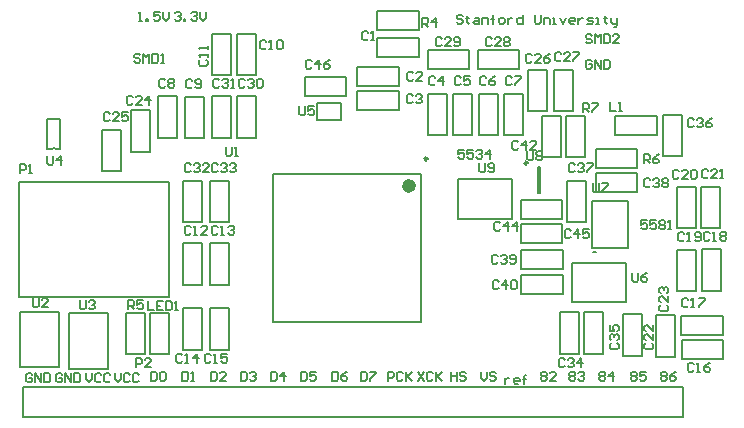
<source format=gto>
G04 Layer_Color=65535*
%FSLAX43Y43*%
%MOMM*%
G71*
G01*
G75*
%ADD35C,0.250*%
%ADD36C,0.600*%
%ADD37C,0.200*%
%ADD38C,0.127*%
%ADD39C,0.152*%
D35*
X85271Y74536D02*
G03*
X85271Y74536I-125J0D01*
G01*
X93733Y74181D02*
G03*
X93733Y74181I-125J0D01*
G01*
D36*
X83996Y72236D02*
G03*
X83996Y72236I-300J0D01*
G01*
D37*
X53789Y75337D02*
G03*
X53464Y75337I-162J0D01*
G01*
X63373Y62826D02*
Y68261D01*
Y66991D02*
Y72551D01*
X50673D02*
X63373D01*
X50673Y62826D02*
Y72551D01*
Y62826D02*
X63373D01*
X97502Y62369D02*
Y65744D01*
X102077D01*
Y62369D02*
Y65744D01*
X97502Y62369D02*
X102077D01*
X72196Y73236D02*
X84696D01*
X72196Y60736D02*
X84696D01*
Y73236D01*
X72196Y60736D02*
Y73236D01*
X54191Y75337D02*
Y77937D01*
X53061D02*
X54191D01*
X53061Y75337D02*
Y77937D01*
Y75337D02*
X53464D01*
X53789D02*
X54191D01*
X51054Y52705D02*
Y55245D01*
X106934D01*
Y52705D02*
Y55245D01*
X105029Y52705D02*
X106934D01*
X51054D02*
X105029D01*
X50740Y56877D02*
X54040D01*
Y61602D01*
X50740D02*
X54040D01*
X50740Y56877D02*
Y61602D01*
X54926Y56750D02*
X58226D01*
Y61475D01*
X54926D02*
X58226D01*
X54926Y56750D02*
Y61475D01*
X94583Y73856D02*
X94783D01*
X94583Y71656D02*
X94783D01*
X94583D02*
Y73856D01*
X94783Y71656D02*
Y73856D01*
X75946Y77822D02*
Y79219D01*
X77978D01*
Y77822D02*
Y79219D01*
X75946Y77822D02*
X77978D01*
X87863Y69420D02*
Y72795D01*
X92438D01*
Y69420D02*
Y72795D01*
X87863Y69420D02*
X92438D01*
X99187Y66997D02*
Y70934D01*
Y66997D02*
X102235D01*
Y70934D01*
X99187D02*
X102235D01*
D38*
X95974Y82053D02*
X97574D01*
X95974Y78553D02*
Y82053D01*
Y78553D02*
X97574D01*
Y82053D01*
X110247Y59652D02*
Y61252D01*
X106747D02*
X110247D01*
X106747Y59652D02*
Y61252D01*
Y59652D02*
X110247D01*
X66891Y72655D02*
X68491D01*
X66891Y69155D02*
Y72655D01*
Y69155D02*
X68491D01*
Y72655D01*
X64605Y63870D02*
X66205D01*
Y67370D01*
X64605D02*
X66205D01*
X64605Y63870D02*
Y67370D01*
X69177Y79816D02*
X70777D01*
X69177Y76316D02*
Y79816D01*
Y76316D02*
X70777D01*
Y79816D01*
X106388Y66813D02*
X107988D01*
X106388Y63313D02*
Y66813D01*
Y63313D02*
X107988D01*
Y66813D01*
X108547Y66862D02*
X110147D01*
X108547Y63362D02*
Y66862D01*
Y63362D02*
X110147D01*
Y66862D01*
X67018Y79816D02*
X68618D01*
X67018Y76316D02*
Y79816D01*
Y76316D02*
X68618D01*
Y79816D01*
X85306Y80021D02*
X86906D01*
X85306Y76521D02*
Y80021D01*
Y76521D02*
X86906D01*
Y80021D01*
X57747Y73473D02*
X59347D01*
Y76973D01*
X57747D02*
X59347D01*
X57747Y73473D02*
Y76973D01*
X89624Y80021D02*
X91224D01*
X89624Y76521D02*
Y80021D01*
Y76521D02*
X91224D01*
Y80021D01*
X64605Y72655D02*
X66205D01*
X64605Y69155D02*
Y72655D01*
Y69155D02*
X66205D01*
Y72655D01*
X108420Y68647D02*
X110020D01*
Y72147D01*
X108420D02*
X110020D01*
X108420Y68647D02*
Y72147D01*
X91783Y80021D02*
X93383D01*
X91783Y76521D02*
Y80021D01*
Y76521D02*
X93383D01*
Y80021D01*
X64732Y79767D02*
X66332D01*
X64732Y76267D02*
Y79767D01*
Y76267D02*
X66332D01*
Y79767D01*
X66891Y63870D02*
X68491D01*
Y67370D01*
X66891D02*
X68491D01*
X66891Y63870D02*
Y67370D01*
X87465Y80021D02*
X89065D01*
X87465Y76521D02*
Y80021D01*
Y76521D02*
X89065D01*
Y80021D01*
X62446Y79816D02*
X64046D01*
X62446Y76316D02*
Y79816D01*
Y76316D02*
X64046D01*
Y79816D01*
X82815Y78702D02*
Y80302D01*
X79315D02*
X82815D01*
X79315Y78702D02*
Y80302D01*
Y78702D02*
X82815D01*
Y80734D02*
Y82334D01*
X79315D02*
X82815D01*
X79315Y80734D02*
Y82334D01*
Y80734D02*
X82815D01*
X93815Y82053D02*
X95415D01*
X93815Y78553D02*
Y82053D01*
Y78553D02*
X95415D01*
Y82053D01*
X93024Y82131D02*
Y83731D01*
X89524D02*
X93024D01*
X89524Y82131D02*
Y83731D01*
Y82131D02*
X93024D01*
X85284D02*
Y83731D01*
Y82131D02*
X88784D01*
Y83731D01*
X85284D02*
X88784D01*
X69177Y85101D02*
X70777D01*
X69177Y81601D02*
Y85101D01*
Y81601D02*
X70777D01*
Y85101D01*
X67018D02*
X68618D01*
X67018Y81601D02*
Y85101D01*
Y81601D02*
X68618D01*
Y85101D01*
X110296Y57620D02*
Y59220D01*
X106796D02*
X110296D01*
X106796Y57620D02*
Y59220D01*
Y57620D02*
X110296D01*
X106388Y68647D02*
X107988D01*
Y72147D01*
X106388D02*
X107988D01*
X106388Y68647D02*
Y72147D01*
X96482Y58028D02*
X98082D01*
Y61528D01*
X96482D02*
X98082D01*
X96482Y58028D02*
Y61528D01*
X98514Y58028D02*
X100114D01*
Y61528D01*
X98514D02*
X100114D01*
X98514Y58028D02*
Y61528D01*
X101816Y57852D02*
X103416D01*
Y61352D01*
X101816D02*
X103416D01*
X101816Y57852D02*
Y61352D01*
X84515Y83147D02*
Y84747D01*
X81015D02*
X84515D01*
X81015Y83147D02*
Y84747D01*
Y83147D02*
X84515D01*
X60160Y78624D02*
X61760D01*
X60160Y75124D02*
Y78624D01*
Y75124D02*
X61760D01*
Y78624D01*
X61811Y57979D02*
X63411D01*
Y61479D01*
X61811D02*
X63411D01*
X61811Y57979D02*
Y61479D01*
X104610Y57774D02*
X106210D01*
Y61274D01*
X104610D02*
X106210D01*
X104610Y57774D02*
Y61274D01*
X81015Y85433D02*
Y87033D01*
Y85433D02*
X84515D01*
Y87033D01*
X81015D02*
X84515D01*
X59779Y57979D02*
X61379D01*
Y61479D01*
X59779D02*
X61379D01*
X59779Y57979D02*
Y61479D01*
X66891Y58360D02*
X68491D01*
Y61860D01*
X66891D02*
X68491D01*
X66891Y58360D02*
Y61860D01*
X64605Y58360D02*
X66205D01*
Y61860D01*
X64605D02*
X66205D01*
X64605Y58360D02*
Y61860D01*
X97117Y72655D02*
X98717D01*
X97117Y69155D02*
Y72655D01*
Y69155D02*
X98717D01*
Y72655D01*
X74870Y79845D02*
Y81445D01*
Y79845D02*
X78370D01*
Y81445D01*
X74870D02*
X78370D01*
X105245Y74743D02*
X106845D01*
Y78243D01*
X105245D02*
X106845D01*
X105245Y74743D02*
Y78243D01*
X101159Y76543D02*
Y78143D01*
Y76543D02*
X104659D01*
Y78143D01*
X101159D02*
X104659D01*
X96990Y74665D02*
X98590D01*
Y78165D01*
X96990D02*
X98590D01*
X96990Y74665D02*
Y78165D01*
X94958Y74665D02*
X96558D01*
Y78165D01*
X94958D02*
X96558D01*
X94958Y74665D02*
Y78165D01*
X93158Y69431D02*
Y71031D01*
Y69431D02*
X96658D01*
Y71031D01*
X93158D02*
X96658D01*
X93158Y67399D02*
Y68999D01*
Y67399D02*
X96658D01*
Y68999D01*
X93158D02*
X96658D01*
X99508Y73749D02*
Y75349D01*
Y73749D02*
X103008D01*
Y75349D01*
X99508D02*
X103008D01*
X99508Y71717D02*
Y73317D01*
Y71717D02*
X103008D01*
Y73317D01*
X99508D02*
X103008D01*
X93207Y65240D02*
Y66840D01*
Y65240D02*
X96707D01*
Y66840D01*
X93207D02*
X96707D01*
X93207Y63081D02*
Y64681D01*
Y63081D02*
X96707D01*
Y64681D01*
X93207D02*
X96707D01*
X99314Y66616D02*
X99568D01*
D39*
X80264Y85217D02*
X80137Y85344D01*
X79883D01*
X79756Y85217D01*
Y84709D01*
X79883Y84582D01*
X80137D01*
X80264Y84709D01*
X80518Y84582D02*
X80772D01*
X80645D01*
Y85344D01*
X80518Y85217D01*
X84074Y81788D02*
X83947Y81915D01*
X83693D01*
X83566Y81788D01*
Y81280D01*
X83693Y81153D01*
X83947D01*
X84074Y81280D01*
X84836Y81153D02*
X84328D01*
X84836Y81661D01*
Y81788D01*
X84709Y81915D01*
X84455D01*
X84328Y81788D01*
X84025Y79883D02*
X83898Y80010D01*
X83644D01*
X83517Y79883D01*
Y79375D01*
X83644Y79248D01*
X83898D01*
X84025Y79375D01*
X84279Y79883D02*
X84406Y80010D01*
X84660D01*
X84787Y79883D01*
Y79756D01*
X84660Y79629D01*
X84533D01*
X84660D01*
X84787Y79502D01*
Y79375D01*
X84660Y79248D01*
X84406D01*
X84279Y79375D01*
X85903Y81381D02*
X85776Y81508D01*
X85522D01*
X85395Y81381D01*
Y80874D01*
X85522Y80747D01*
X85776D01*
X85903Y80874D01*
X86537Y80747D02*
Y81508D01*
X86157Y81127D01*
X86664D01*
X88062Y81381D02*
X87935Y81508D01*
X87681D01*
X87554Y81381D01*
Y80874D01*
X87681Y80747D01*
X87935D01*
X88062Y80874D01*
X88823Y81508D02*
X88316D01*
Y81127D01*
X88569Y81254D01*
X88696D01*
X88823Y81127D01*
Y80874D01*
X88696Y80747D01*
X88443D01*
X88316Y80874D01*
X90221Y81381D02*
X90094Y81508D01*
X89840D01*
X89713Y81381D01*
Y80874D01*
X89840Y80747D01*
X90094D01*
X90221Y80874D01*
X90982Y81508D02*
X90728Y81381D01*
X90475Y81127D01*
Y80874D01*
X90602Y80747D01*
X90855D01*
X90982Y80874D01*
Y81001D01*
X90855Y81127D01*
X90475D01*
X92380Y81381D02*
X92253Y81508D01*
X91999D01*
X91872Y81381D01*
Y80874D01*
X91999Y80747D01*
X92253D01*
X92380Y80874D01*
X92634Y81508D02*
X93141D01*
Y81381D01*
X92634Y80874D01*
Y80747D01*
X63043Y81178D02*
X62916Y81305D01*
X62662D01*
X62535Y81178D01*
Y80670D01*
X62662Y80543D01*
X62916D01*
X63043Y80670D01*
X63297Y81178D02*
X63424Y81305D01*
X63677D01*
X63804Y81178D01*
Y81051D01*
X63677Y80924D01*
X63804Y80797D01*
Y80670D01*
X63677Y80543D01*
X63424D01*
X63297Y80670D01*
Y80797D01*
X63424Y80924D01*
X63297Y81051D01*
Y81178D01*
X63424Y80924D02*
X63677D01*
X65329Y81127D02*
X65202Y81254D01*
X64948D01*
X64821Y81127D01*
Y80620D01*
X64948Y80493D01*
X65202D01*
X65329Y80620D01*
X65583D02*
X65710Y80493D01*
X65963D01*
X66090Y80620D01*
Y81127D01*
X65963Y81254D01*
X65710D01*
X65583Y81127D01*
Y81000D01*
X65710Y80873D01*
X66090D01*
X71628Y84455D02*
X71501Y84582D01*
X71247D01*
X71120Y84455D01*
Y83947D01*
X71247Y83820D01*
X71501D01*
X71628Y83947D01*
X71882Y83820D02*
X72136D01*
X72009D01*
Y84582D01*
X71882Y84455D01*
X72517D02*
X72644Y84582D01*
X72897D01*
X73024Y84455D01*
Y83947D01*
X72897Y83820D01*
X72644D01*
X72517Y83947D01*
Y84455D01*
X66040Y82931D02*
X65913Y82804D01*
Y82550D01*
X66040Y82423D01*
X66548D01*
X66675Y82550D01*
Y82804D01*
X66548Y82931D01*
X66675Y83185D02*
Y83439D01*
Y83312D01*
X65913D01*
X66040Y83185D01*
X66675Y83820D02*
Y84073D01*
Y83947D01*
X65913D01*
X66040Y83820D01*
X65202Y68732D02*
X65075Y68859D01*
X64821D01*
X64694Y68732D01*
Y68224D01*
X64821Y68097D01*
X65075D01*
X65202Y68224D01*
X65456Y68097D02*
X65709D01*
X65583D01*
Y68859D01*
X65456Y68732D01*
X66598Y68097D02*
X66090D01*
X66598Y68605D01*
Y68732D01*
X66471Y68859D01*
X66217D01*
X66090Y68732D01*
X67488D02*
X67361Y68859D01*
X67107D01*
X66980Y68732D01*
Y68224D01*
X67107Y68097D01*
X67361D01*
X67488Y68224D01*
X67742Y68097D02*
X67995D01*
X67869D01*
Y68859D01*
X67742Y68732D01*
X68376D02*
X68503Y68859D01*
X68757D01*
X68884Y68732D01*
Y68605D01*
X68757Y68478D01*
X68630D01*
X68757D01*
X68884Y68351D01*
Y68224D01*
X68757Y68097D01*
X68503D01*
X68376Y68224D01*
X64516Y57912D02*
X64389Y58039D01*
X64135D01*
X64008Y57912D01*
Y57404D01*
X64135Y57277D01*
X64389D01*
X64516Y57404D01*
X64770Y57277D02*
X65024D01*
X64897D01*
Y58039D01*
X64770Y57912D01*
X65785Y57277D02*
Y58039D01*
X65405Y57658D01*
X65912D01*
X66929Y57912D02*
X66802Y58039D01*
X66548D01*
X66421Y57912D01*
Y57404D01*
X66548Y57277D01*
X66802D01*
X66929Y57404D01*
X67183Y57277D02*
X67437D01*
X67310D01*
Y58039D01*
X67183Y57912D01*
X68325Y58039D02*
X67818D01*
Y57658D01*
X68071Y57785D01*
X68198D01*
X68325Y57658D01*
Y57404D01*
X68198Y57277D01*
X67945D01*
X67818Y57404D01*
X107823Y57150D02*
X107696Y57277D01*
X107442D01*
X107315Y57150D01*
Y56642D01*
X107442Y56515D01*
X107696D01*
X107823Y56642D01*
X108077Y56515D02*
X108331D01*
X108204D01*
Y57277D01*
X108077Y57150D01*
X109219Y57277D02*
X108965Y57150D01*
X108712Y56896D01*
Y56642D01*
X108839Y56515D01*
X109092D01*
X109219Y56642D01*
Y56769D01*
X109092Y56896D01*
X108712D01*
X107340Y62611D02*
X107213Y62738D01*
X106959D01*
X106832Y62611D01*
Y62103D01*
X106959Y61976D01*
X107213D01*
X107340Y62103D01*
X107594Y61976D02*
X107848D01*
X107721D01*
Y62738D01*
X107594Y62611D01*
X108229Y62738D02*
X108737D01*
Y62611D01*
X108229Y62103D01*
Y61976D01*
X109144Y68224D02*
X109017Y68351D01*
X108763D01*
X108636Y68224D01*
Y67716D01*
X108763Y67589D01*
X109017D01*
X109144Y67716D01*
X109398Y67589D02*
X109651D01*
X109525D01*
Y68351D01*
X109398Y68224D01*
X110032D02*
X110159Y68351D01*
X110413D01*
X110540Y68224D01*
Y68097D01*
X110413Y67970D01*
X110540Y67843D01*
Y67716D01*
X110413Y67589D01*
X110159D01*
X110032Y67716D01*
Y67843D01*
X110159Y67970D01*
X110032Y68097D01*
Y68224D01*
X110159Y67970D02*
X110413D01*
X106985Y68173D02*
X106858Y68300D01*
X106604D01*
X106477Y68173D01*
Y67666D01*
X106604Y67539D01*
X106858D01*
X106985Y67666D01*
X107239Y67539D02*
X107492D01*
X107366D01*
Y68300D01*
X107239Y68173D01*
X107873Y67666D02*
X108000Y67539D01*
X108254D01*
X108381Y67666D01*
Y68173D01*
X108254Y68300D01*
X108000D01*
X107873Y68173D01*
Y68046D01*
X108000Y67919D01*
X108381D01*
X106553Y73484D02*
X106426Y73611D01*
X106172D01*
X106045Y73484D01*
Y72976D01*
X106172Y72849D01*
X106426D01*
X106553Y72976D01*
X107315Y72849D02*
X106807D01*
X107315Y73357D01*
Y73484D01*
X107188Y73611D01*
X106934D01*
X106807Y73484D01*
X107569D02*
X107695Y73611D01*
X107949D01*
X108076Y73484D01*
Y72976D01*
X107949Y72849D01*
X107695D01*
X107569Y72976D01*
Y73484D01*
X109017Y73509D02*
X108890Y73636D01*
X108636D01*
X108509Y73509D01*
Y73001D01*
X108636Y72874D01*
X108890D01*
X109017Y73001D01*
X109778Y72874D02*
X109271D01*
X109778Y73382D01*
Y73509D01*
X109651Y73636D01*
X109398D01*
X109271Y73509D01*
X110032Y72874D02*
X110286D01*
X110159D01*
Y73636D01*
X110032Y73509D01*
X103759Y58928D02*
X103632Y58801D01*
Y58547D01*
X103759Y58420D01*
X104267D01*
X104394Y58547D01*
Y58801D01*
X104267Y58928D01*
X104394Y59690D02*
Y59182D01*
X103886Y59690D01*
X103759D01*
X103632Y59563D01*
Y59309D01*
X103759Y59182D01*
X104394Y60451D02*
Y59944D01*
X103886Y60451D01*
X103759D01*
X103632Y60324D01*
Y60070D01*
X103759Y59944D01*
X105029Y62152D02*
X104902Y62025D01*
Y61771D01*
X105029Y61644D01*
X105537D01*
X105664Y61771D01*
Y62025D01*
X105537Y62152D01*
X105664Y62914D02*
Y62406D01*
X105156Y62914D01*
X105029D01*
X104902Y62787D01*
Y62533D01*
X105029Y62406D01*
Y63168D02*
X104902Y63294D01*
Y63548D01*
X105029Y63675D01*
X105156D01*
X105283Y63548D01*
Y63421D01*
Y63548D01*
X105410Y63675D01*
X105537D01*
X105664Y63548D01*
Y63294D01*
X105537Y63168D01*
X60325Y79756D02*
X60198Y79883D01*
X59944D01*
X59817Y79756D01*
Y79248D01*
X59944Y79121D01*
X60198D01*
X60325Y79248D01*
X61087Y79121D02*
X60579D01*
X61087Y79629D01*
Y79756D01*
X60960Y79883D01*
X60706D01*
X60579Y79756D01*
X61721Y79121D02*
Y79883D01*
X61341Y79502D01*
X61848D01*
X58344Y78335D02*
X58217Y78462D01*
X57963D01*
X57836Y78335D01*
Y77827D01*
X57963Y77700D01*
X58217D01*
X58344Y77827D01*
X59105Y77700D02*
X58598D01*
X59105Y78208D01*
Y78335D01*
X58978Y78462D01*
X58725D01*
X58598Y78335D01*
X59867Y78462D02*
X59359D01*
Y78081D01*
X59613Y78208D01*
X59740D01*
X59867Y78081D01*
Y77827D01*
X59740Y77700D01*
X59486D01*
X59359Y77827D01*
X94107Y83312D02*
X93980Y83439D01*
X93726D01*
X93599Y83312D01*
Y82804D01*
X93726Y82677D01*
X93980D01*
X94107Y82804D01*
X94869Y82677D02*
X94361D01*
X94869Y83185D01*
Y83312D01*
X94742Y83439D01*
X94488D01*
X94361Y83312D01*
X95630Y83439D02*
X95376Y83312D01*
X95123Y83058D01*
Y82804D01*
X95249Y82677D01*
X95503D01*
X95630Y82804D01*
Y82931D01*
X95503Y83058D01*
X95123D01*
X96571Y83413D02*
X96444Y83540D01*
X96190D01*
X96063Y83413D01*
Y82906D01*
X96190Y82779D01*
X96444D01*
X96571Y82906D01*
X97332Y82779D02*
X96825D01*
X97332Y83286D01*
Y83413D01*
X97205Y83540D01*
X96952D01*
X96825Y83413D01*
X97586Y83540D02*
X98094D01*
Y83413D01*
X97586Y82906D01*
Y82779D01*
X90727Y84709D02*
X90600Y84836D01*
X90346D01*
X90219Y84709D01*
Y84201D01*
X90346Y84074D01*
X90600D01*
X90727Y84201D01*
X91489Y84074D02*
X90981D01*
X91489Y84582D01*
Y84709D01*
X91362Y84836D01*
X91108D01*
X90981Y84709D01*
X91743D02*
X91869Y84836D01*
X92123D01*
X92250Y84709D01*
Y84582D01*
X92123Y84455D01*
X92250Y84328D01*
Y84201D01*
X92123Y84074D01*
X91869D01*
X91743Y84201D01*
Y84328D01*
X91869Y84455D01*
X91743Y84582D01*
Y84709D01*
X91869Y84455D02*
X92123D01*
X86487Y84709D02*
X86360Y84836D01*
X86106D01*
X85979Y84709D01*
Y84201D01*
X86106Y84074D01*
X86360D01*
X86487Y84201D01*
X87249Y84074D02*
X86741D01*
X87249Y84582D01*
Y84709D01*
X87122Y84836D01*
X86868D01*
X86741Y84709D01*
X87503Y84201D02*
X87629Y84074D01*
X87883D01*
X88010Y84201D01*
Y84709D01*
X87883Y84836D01*
X87629D01*
X87503Y84709D01*
Y84582D01*
X87629Y84455D01*
X88010D01*
X69774Y81178D02*
X69647Y81305D01*
X69393D01*
X69266Y81178D01*
Y80670D01*
X69393Y80543D01*
X69647D01*
X69774Y80670D01*
X70028Y81178D02*
X70155Y81305D01*
X70408D01*
X70535Y81178D01*
Y81051D01*
X70408Y80924D01*
X70281D01*
X70408D01*
X70535Y80797D01*
Y80670D01*
X70408Y80543D01*
X70155D01*
X70028Y80670D01*
X70789Y81178D02*
X70916Y81305D01*
X71170D01*
X71297Y81178D01*
Y80670D01*
X71170Y80543D01*
X70916D01*
X70789Y80670D01*
Y81178D01*
X67615Y81176D02*
X67488Y81303D01*
X67234D01*
X67107Y81176D01*
Y80669D01*
X67234Y80542D01*
X67488D01*
X67615Y80669D01*
X67869Y81176D02*
X67996Y81303D01*
X68249D01*
X68376Y81176D01*
Y81049D01*
X68249Y80922D01*
X68122D01*
X68249D01*
X68376Y80796D01*
Y80669D01*
X68249Y80542D01*
X67996D01*
X67869Y80669D01*
X68630Y80542D02*
X68884D01*
X68757D01*
Y81303D01*
X68630Y81176D01*
X65202Y74015D02*
X65075Y74142D01*
X64821D01*
X64694Y74015D01*
Y73508D01*
X64821Y73381D01*
X65075D01*
X65202Y73508D01*
X65456Y74015D02*
X65583Y74142D01*
X65836D01*
X65963Y74015D01*
Y73888D01*
X65836Y73761D01*
X65709D01*
X65836D01*
X65963Y73635D01*
Y73508D01*
X65836Y73381D01*
X65583D01*
X65456Y73508D01*
X66725Y73381D02*
X66217D01*
X66725Y73888D01*
Y74015D01*
X66598Y74142D01*
X66344D01*
X66217Y74015D01*
X67488D02*
X67361Y74142D01*
X67107D01*
X66980Y74015D01*
Y73508D01*
X67107Y73381D01*
X67361D01*
X67488Y73508D01*
X67742Y74015D02*
X67869Y74142D01*
X68122D01*
X68249Y74015D01*
Y73888D01*
X68122Y73761D01*
X67995D01*
X68122D01*
X68249Y73635D01*
Y73508D01*
X68122Y73381D01*
X67869D01*
X67742Y73508D01*
X68503Y74015D02*
X68630Y74142D01*
X68884D01*
X69011Y74015D01*
Y73888D01*
X68884Y73761D01*
X68757D01*
X68884D01*
X69011Y73635D01*
Y73508D01*
X68884Y73381D01*
X68630D01*
X68503Y73508D01*
X96901Y57531D02*
X96774Y57658D01*
X96520D01*
X96393Y57531D01*
Y57023D01*
X96520Y56896D01*
X96774D01*
X96901Y57023D01*
X97155Y57531D02*
X97282Y57658D01*
X97536D01*
X97663Y57531D01*
Y57404D01*
X97536Y57277D01*
X97409D01*
X97536D01*
X97663Y57150D01*
Y57023D01*
X97536Y56896D01*
X97282D01*
X97155Y57023D01*
X98297Y56896D02*
Y57658D01*
X97917Y57277D01*
X98424D01*
X100838Y58928D02*
X100711Y58801D01*
Y58547D01*
X100838Y58420D01*
X101346D01*
X101473Y58547D01*
Y58801D01*
X101346Y58928D01*
X100838Y59182D02*
X100711Y59309D01*
Y59563D01*
X100838Y59690D01*
X100965D01*
X101092Y59563D01*
Y59436D01*
Y59563D01*
X101219Y59690D01*
X101346D01*
X101473Y59563D01*
Y59309D01*
X101346Y59182D01*
X100711Y60451D02*
Y59944D01*
X101092D01*
X100965Y60197D01*
Y60324D01*
X101092Y60451D01*
X101346D01*
X101473Y60324D01*
Y60070D01*
X101346Y59944D01*
X61595Y62484D02*
Y61722D01*
X62103D01*
X62865Y62484D02*
X62357D01*
Y61722D01*
X62865D01*
X62357Y62103D02*
X62611D01*
X63119Y62484D02*
Y61722D01*
X63499D01*
X63626Y61849D01*
Y62357D01*
X63499Y62484D01*
X63119D01*
X63880Y61722D02*
X64134D01*
X64007D01*
Y62484D01*
X63880Y62357D01*
X50724Y73304D02*
Y74066D01*
X51105D01*
X51232Y73939D01*
Y73685D01*
X51105Y73558D01*
X50724D01*
X51486Y73304D02*
X51739D01*
X51613D01*
Y74066D01*
X51486Y73939D01*
X84836Y85725D02*
Y86487D01*
X85217D01*
X85344Y86360D01*
Y86106D01*
X85217Y85979D01*
X84836D01*
X85090D02*
X85344Y85725D01*
X85979D02*
Y86487D01*
X85598Y86106D01*
X86106D01*
X60960Y83312D02*
X60833Y83439D01*
X60579D01*
X60452Y83312D01*
Y83185D01*
X60579Y83058D01*
X60833D01*
X60960Y82931D01*
Y82804D01*
X60833Y82677D01*
X60579D01*
X60452Y82804D01*
X61214Y82677D02*
Y83439D01*
X61468Y83185D01*
X61722Y83439D01*
Y82677D01*
X61976Y83439D02*
Y82677D01*
X62356D01*
X62483Y82804D01*
Y83312D01*
X62356Y83439D01*
X61976D01*
X62737Y82677D02*
X62991D01*
X62864D01*
Y83439D01*
X62737Y83312D01*
X99187Y84963D02*
X99060Y85090D01*
X98806D01*
X98679Y84963D01*
Y84836D01*
X98806Y84709D01*
X99060D01*
X99187Y84582D01*
Y84455D01*
X99060Y84328D01*
X98806D01*
X98679Y84455D01*
X99441Y84328D02*
Y85090D01*
X99695Y84836D01*
X99949Y85090D01*
Y84328D01*
X100203Y85090D02*
Y84328D01*
X100583D01*
X100710Y84455D01*
Y84963D01*
X100583Y85090D01*
X100203D01*
X101472Y84328D02*
X100964D01*
X101472Y84836D01*
Y84963D01*
X101345Y85090D01*
X101091D01*
X100964Y84963D01*
X68199Y75565D02*
Y74930D01*
X68326Y74803D01*
X68580D01*
X68707Y74930D01*
Y75565D01*
X68961Y74803D02*
X69215D01*
X69088D01*
Y75565D01*
X68961Y75438D01*
X53086Y74803D02*
Y74168D01*
X53213Y74041D01*
X53467D01*
X53594Y74168D01*
Y74803D01*
X54229Y74041D02*
Y74803D01*
X53848Y74422D01*
X54356D01*
X102603Y64892D02*
Y64257D01*
X102730Y64130D01*
X102984D01*
X103111Y64257D01*
Y64892D01*
X103873D02*
X103619Y64765D01*
X103365Y64511D01*
Y64257D01*
X103492Y64130D01*
X103746D01*
X103873Y64257D01*
Y64384D01*
X103746Y64511D01*
X103365D01*
X100711Y79375D02*
Y78613D01*
X101219D01*
X101473D02*
X101727D01*
X101600D01*
Y79375D01*
X101473Y79248D01*
X60579Y56896D02*
Y57658D01*
X60960D01*
X61087Y57531D01*
Y57277D01*
X60960Y57150D01*
X60579D01*
X61849Y56896D02*
X61341D01*
X61849Y57404D01*
Y57531D01*
X61722Y57658D01*
X61468D01*
X61341Y57531D01*
X59944Y61800D02*
Y62562D01*
X60325D01*
X60452Y62435D01*
Y62181D01*
X60325Y62054D01*
X59944D01*
X60198D02*
X60452Y61800D01*
X61214Y62562D02*
X60706D01*
Y62181D01*
X60960Y62308D01*
X61087D01*
X61214Y62181D01*
Y61927D01*
X61087Y61800D01*
X60833D01*
X60706Y61927D01*
X51823Y62730D02*
Y62095D01*
X51950Y61969D01*
X52204D01*
X52331Y62095D01*
Y62730D01*
X53093Y61969D02*
X52585D01*
X53093Y62476D01*
Y62603D01*
X52966Y62730D01*
X52712D01*
X52585Y62603D01*
X55817Y62547D02*
Y61912D01*
X55943Y61785D01*
X56197D01*
X56324Y61912D01*
Y62547D01*
X56578Y62420D02*
X56705Y62547D01*
X56959D01*
X57086Y62420D01*
Y62293D01*
X56959Y62166D01*
X56832D01*
X56959D01*
X57086Y62039D01*
Y61912D01*
X56959Y61785D01*
X56705D01*
X56578Y61912D01*
X97714Y74015D02*
X97587Y74142D01*
X97333D01*
X97206Y74015D01*
Y73508D01*
X97333Y73381D01*
X97587D01*
X97714Y73508D01*
X97968Y74015D02*
X98095Y74142D01*
X98348D01*
X98475Y74015D01*
Y73888D01*
X98348Y73761D01*
X98221D01*
X98348D01*
X98475Y73635D01*
Y73508D01*
X98348Y73381D01*
X98095D01*
X97968Y73508D01*
X98729Y74142D02*
X99237D01*
Y74015D01*
X98729Y73508D01*
Y73381D01*
X104140Y72771D02*
X104013Y72898D01*
X103759D01*
X103632Y72771D01*
Y72263D01*
X103759Y72136D01*
X104013D01*
X104140Y72263D01*
X104394Y72771D02*
X104521Y72898D01*
X104775D01*
X104902Y72771D01*
Y72644D01*
X104775Y72517D01*
X104648D01*
X104775D01*
X104902Y72390D01*
Y72263D01*
X104775Y72136D01*
X104521D01*
X104394Y72263D01*
X105156Y72771D02*
X105282Y72898D01*
X105536D01*
X105663Y72771D01*
Y72644D01*
X105536Y72517D01*
X105663Y72390D01*
Y72263D01*
X105536Y72136D01*
X105282D01*
X105156Y72263D01*
Y72390D01*
X105282Y72517D01*
X105156Y72644D01*
Y72771D01*
X105282Y72517D02*
X105536D01*
X91235Y66294D02*
X91108Y66421D01*
X90854D01*
X90727Y66294D01*
Y65786D01*
X90854Y65659D01*
X91108D01*
X91235Y65786D01*
X91489Y66294D02*
X91616Y66421D01*
X91870D01*
X91997Y66294D01*
Y66167D01*
X91870Y66040D01*
X91743D01*
X91870D01*
X91997Y65913D01*
Y65786D01*
X91870Y65659D01*
X91616D01*
X91489Y65786D01*
X92251D02*
X92377Y65659D01*
X92631D01*
X92758Y65786D01*
Y66294D01*
X92631Y66421D01*
X92377D01*
X92251Y66294D01*
Y66167D01*
X92377Y66040D01*
X92758D01*
X91313Y64135D02*
X91186Y64262D01*
X90932D01*
X90805Y64135D01*
Y63627D01*
X90932Y63500D01*
X91186D01*
X91313Y63627D01*
X91948Y63500D02*
Y64262D01*
X91567Y63881D01*
X92075D01*
X92329Y64135D02*
X92455Y64262D01*
X92709D01*
X92836Y64135D01*
Y63627D01*
X92709Y63500D01*
X92455D01*
X92329Y63627D01*
Y64135D01*
X92964Y75946D02*
X92837Y76073D01*
X92583D01*
X92456Y75946D01*
Y75438D01*
X92583Y75311D01*
X92837D01*
X92964Y75438D01*
X93599Y75311D02*
Y76073D01*
X93218Y75692D01*
X93726D01*
X94487Y75311D02*
X93980D01*
X94487Y75819D01*
Y75946D01*
X94360Y76073D01*
X94106D01*
X93980Y75946D01*
X91440Y69088D02*
X91313Y69215D01*
X91059D01*
X90932Y69088D01*
Y68580D01*
X91059Y68453D01*
X91313D01*
X91440Y68580D01*
X92075Y68453D02*
Y69215D01*
X91694Y68834D01*
X92202D01*
X92836Y68453D02*
Y69215D01*
X92456Y68834D01*
X92963D01*
X97409Y68453D02*
X97282Y68580D01*
X97028D01*
X96901Y68453D01*
Y67945D01*
X97028Y67818D01*
X97282D01*
X97409Y67945D01*
X98044Y67818D02*
Y68580D01*
X97663Y68199D01*
X98171D01*
X98932Y68580D02*
X98425D01*
Y68199D01*
X98678Y68326D01*
X98805D01*
X98932Y68199D01*
Y67945D01*
X98805Y67818D01*
X98551D01*
X98425Y67945D01*
X75463Y82804D02*
X75336Y82931D01*
X75082D01*
X74955Y82804D01*
Y82296D01*
X75082Y82169D01*
X75336D01*
X75463Y82296D01*
X76098Y82169D02*
Y82931D01*
X75717Y82550D01*
X76225D01*
X76987Y82931D02*
X76733Y82804D01*
X76479Y82550D01*
Y82296D01*
X76606Y82169D01*
X76860D01*
X76987Y82296D01*
Y82423D01*
X76860Y82550D01*
X76479D01*
X103583Y74168D02*
Y74930D01*
X103964D01*
X104091Y74803D01*
Y74549D01*
X103964Y74422D01*
X103583D01*
X103837D02*
X104091Y74168D01*
X104853Y74930D02*
X104599Y74803D01*
X104345Y74549D01*
Y74295D01*
X104472Y74168D01*
X104726D01*
X104853Y74295D01*
Y74422D01*
X104726Y74549D01*
X104345D01*
X98425Y78486D02*
Y79248D01*
X98806D01*
X98933Y79121D01*
Y78867D01*
X98806Y78740D01*
X98425D01*
X98679D02*
X98933Y78486D01*
X99187Y79248D02*
X99695D01*
Y79121D01*
X99187Y78613D01*
Y78486D01*
X74421Y78965D02*
Y78330D01*
X74548Y78203D01*
X74802D01*
X74929Y78330D01*
Y78965D01*
X75691D02*
X75183D01*
Y78584D01*
X75437Y78711D01*
X75564D01*
X75691Y78584D01*
Y78330D01*
X75564Y78203D01*
X75310D01*
X75183Y78330D01*
X89662Y74168D02*
Y73533D01*
X89789Y73406D01*
X90043D01*
X90170Y73533D01*
Y74168D01*
X90424Y73533D02*
X90551Y73406D01*
X90805D01*
X90932Y73533D01*
Y74041D01*
X90805Y74168D01*
X90551D01*
X90424Y74041D01*
Y73914D01*
X90551Y73787D01*
X90932D01*
X93726Y75184D02*
Y74549D01*
X93853Y74422D01*
X94107D01*
X94234Y74549D01*
Y75184D01*
X94488Y75057D02*
X94615Y75184D01*
X94869D01*
X94996Y75057D01*
Y74930D01*
X94869Y74803D01*
X94996Y74676D01*
Y74549D01*
X94869Y74422D01*
X94615D01*
X94488Y74549D01*
Y74676D01*
X94615Y74803D01*
X94488Y74930D01*
Y75057D01*
X94615Y74803D02*
X94869D01*
X107823Y77851D02*
X107696Y77978D01*
X107442D01*
X107315Y77851D01*
Y77343D01*
X107442Y77216D01*
X107696D01*
X107823Y77343D01*
X108077Y77851D02*
X108204Y77978D01*
X108458D01*
X108585Y77851D01*
Y77724D01*
X108458Y77597D01*
X108331D01*
X108458D01*
X108585Y77470D01*
Y77343D01*
X108458Y77216D01*
X108204D01*
X108077Y77343D01*
X109346Y77978D02*
X109092Y77851D01*
X108839Y77597D01*
Y77343D01*
X108965Y77216D01*
X109219D01*
X109346Y77343D01*
Y77470D01*
X109219Y77597D01*
X108839D01*
X99238Y72466D02*
Y71831D01*
X99365Y71704D01*
X99619D01*
X99746Y71831D01*
Y72466D01*
X100000D02*
X100507D01*
Y72339D01*
X100000Y71831D01*
Y71704D01*
X51816Y56261D02*
X51689Y56388D01*
X51435D01*
X51308Y56261D01*
Y55753D01*
X51435Y55626D01*
X51689D01*
X51816Y55753D01*
Y56007D01*
X51562D01*
X52070Y55626D02*
Y56388D01*
X52578Y55626D01*
Y56388D01*
X52832D02*
Y55626D01*
X53212D01*
X53339Y55753D01*
Y56261D01*
X53212Y56388D01*
X52832D01*
X54356Y56261D02*
X54229Y56388D01*
X53975D01*
X53848Y56261D01*
Y55753D01*
X53975Y55626D01*
X54229D01*
X54356Y55753D01*
Y56007D01*
X54102D01*
X54610Y55626D02*
Y56388D01*
X55118Y55626D01*
Y56388D01*
X55372D02*
Y55626D01*
X55752D01*
X55879Y55753D01*
Y56261D01*
X55752Y56388D01*
X55372D01*
X56388D02*
Y55880D01*
X56642Y55626D01*
X56896Y55880D01*
Y56388D01*
X57658Y56261D02*
X57531Y56388D01*
X57277D01*
X57150Y56261D01*
Y55753D01*
X57277Y55626D01*
X57531D01*
X57658Y55753D01*
X58419Y56261D02*
X58292Y56388D01*
X58038D01*
X57912Y56261D01*
Y55753D01*
X58038Y55626D01*
X58292D01*
X58419Y55753D01*
X58801Y56388D02*
Y55880D01*
X59055Y55626D01*
X59309Y55880D01*
Y56388D01*
X60071Y56261D02*
X59944Y56388D01*
X59690D01*
X59563Y56261D01*
Y55753D01*
X59690Y55626D01*
X59944D01*
X60071Y55753D01*
X60832Y56261D02*
X60705Y56388D01*
X60451D01*
X60325Y56261D01*
Y55753D01*
X60451Y55626D01*
X60705D01*
X60832Y55753D01*
X61849Y56515D02*
Y55753D01*
X62230D01*
X62357Y55880D01*
Y56388D01*
X62230Y56515D01*
X61849D01*
X62611Y56388D02*
X62738Y56515D01*
X62992D01*
X63119Y56388D01*
Y55880D01*
X62992Y55753D01*
X62738D01*
X62611Y55880D01*
Y56388D01*
X64516Y56515D02*
Y55753D01*
X64897D01*
X65024Y55880D01*
Y56388D01*
X64897Y56515D01*
X64516D01*
X65278Y55753D02*
X65532D01*
X65405D01*
Y56515D01*
X65278Y56388D01*
X66929Y56515D02*
Y55753D01*
X67310D01*
X67437Y55880D01*
Y56388D01*
X67310Y56515D01*
X66929D01*
X68199Y55753D02*
X67691D01*
X68199Y56261D01*
Y56388D01*
X68072Y56515D01*
X67818D01*
X67691Y56388D01*
X69469Y56515D02*
Y55753D01*
X69850D01*
X69977Y55880D01*
Y56388D01*
X69850Y56515D01*
X69469D01*
X70231Y56388D02*
X70358Y56515D01*
X70612D01*
X70739Y56388D01*
Y56261D01*
X70612Y56134D01*
X70485D01*
X70612D01*
X70739Y56007D01*
Y55880D01*
X70612Y55753D01*
X70358D01*
X70231Y55880D01*
X72009Y56515D02*
Y55753D01*
X72390D01*
X72517Y55880D01*
Y56388D01*
X72390Y56515D01*
X72009D01*
X73152Y55753D02*
Y56515D01*
X72771Y56134D01*
X73279D01*
X74549Y56515D02*
Y55753D01*
X74930D01*
X75057Y55880D01*
Y56388D01*
X74930Y56515D01*
X74549D01*
X75819D02*
X75311D01*
Y56134D01*
X75565Y56261D01*
X75692D01*
X75819Y56134D01*
Y55880D01*
X75692Y55753D01*
X75438D01*
X75311Y55880D01*
X77216Y56515D02*
Y55753D01*
X77597D01*
X77724Y55880D01*
Y56388D01*
X77597Y56515D01*
X77216D01*
X78486D02*
X78232Y56388D01*
X77978Y56134D01*
Y55880D01*
X78105Y55753D01*
X78359D01*
X78486Y55880D01*
Y56007D01*
X78359Y56134D01*
X77978D01*
X79629Y56515D02*
Y55753D01*
X80010D01*
X80137Y55880D01*
Y56388D01*
X80010Y56515D01*
X79629D01*
X80391D02*
X80899D01*
Y56388D01*
X80391Y55880D01*
Y55753D01*
X81915D02*
Y56515D01*
X82296D01*
X82423Y56388D01*
Y56134D01*
X82296Y56007D01*
X81915D01*
X83185Y56388D02*
X83058Y56515D01*
X82804D01*
X82677Y56388D01*
Y55880D01*
X82804Y55753D01*
X83058D01*
X83185Y55880D01*
X83439Y56515D02*
Y55753D01*
Y56007D01*
X83946Y56515D01*
X83565Y56134D01*
X83946Y55753D01*
X84455Y56515D02*
X84963Y55753D01*
Y56515D02*
X84455Y55753D01*
X85725Y56388D02*
X85598Y56515D01*
X85344D01*
X85217Y56388D01*
Y55880D01*
X85344Y55753D01*
X85598D01*
X85725Y55880D01*
X85979Y56515D02*
Y55753D01*
Y56007D01*
X86486Y56515D01*
X86105Y56134D01*
X86486Y55753D01*
X87249Y56515D02*
Y55753D01*
Y56134D01*
X87757D01*
Y56515D01*
Y55753D01*
X88519Y56388D02*
X88392Y56515D01*
X88138D01*
X88011Y56388D01*
Y56261D01*
X88138Y56134D01*
X88392D01*
X88519Y56007D01*
Y55880D01*
X88392Y55753D01*
X88138D01*
X88011Y55880D01*
X89789Y56515D02*
Y56007D01*
X90043Y55753D01*
X90297Y56007D01*
Y56515D01*
X91059Y56388D02*
X90932Y56515D01*
X90678D01*
X90551Y56388D01*
Y56261D01*
X90678Y56134D01*
X90932D01*
X91059Y56007D01*
Y55880D01*
X90932Y55753D01*
X90678D01*
X90551Y55880D01*
X91821Y56007D02*
Y55499D01*
Y55753D01*
X91948Y55880D01*
X92075Y56007D01*
X92202D01*
X92964Y55499D02*
X92710D01*
X92583Y55626D01*
Y55880D01*
X92710Y56007D01*
X92964D01*
X93091Y55880D01*
Y55753D01*
X92583D01*
X93471Y55499D02*
Y56134D01*
Y55880D01*
X93345D01*
X93598D01*
X93471D01*
Y56134D01*
X93598Y56261D01*
X94869Y56388D02*
X94996Y56515D01*
X95250D01*
X95377Y56388D01*
Y56261D01*
X95250Y56134D01*
X95377Y56007D01*
Y55880D01*
X95250Y55753D01*
X94996D01*
X94869Y55880D01*
Y56007D01*
X94996Y56134D01*
X94869Y56261D01*
Y56388D01*
X94996Y56134D02*
X95250D01*
X96139Y55753D02*
X95631D01*
X96139Y56261D01*
Y56388D01*
X96012Y56515D01*
X95758D01*
X95631Y56388D01*
X97282D02*
X97409Y56515D01*
X97663D01*
X97790Y56388D01*
Y56261D01*
X97663Y56134D01*
X97790Y56007D01*
Y55880D01*
X97663Y55753D01*
X97409D01*
X97282Y55880D01*
Y56007D01*
X97409Y56134D01*
X97282Y56261D01*
Y56388D01*
X97409Y56134D02*
X97663D01*
X98044Y56388D02*
X98171Y56515D01*
X98425D01*
X98552Y56388D01*
Y56261D01*
X98425Y56134D01*
X98298D01*
X98425D01*
X98552Y56007D01*
Y55880D01*
X98425Y55753D01*
X98171D01*
X98044Y55880D01*
X99822Y56388D02*
X99949Y56515D01*
X100203D01*
X100330Y56388D01*
Y56261D01*
X100203Y56134D01*
X100330Y56007D01*
Y55880D01*
X100203Y55753D01*
X99949D01*
X99822Y55880D01*
Y56007D01*
X99949Y56134D01*
X99822Y56261D01*
Y56388D01*
X99949Y56134D02*
X100203D01*
X100965Y55753D02*
Y56515D01*
X100584Y56134D01*
X101092D01*
X102489Y56388D02*
X102616Y56515D01*
X102870D01*
X102997Y56388D01*
Y56261D01*
X102870Y56134D01*
X102997Y56007D01*
Y55880D01*
X102870Y55753D01*
X102616D01*
X102489Y55880D01*
Y56007D01*
X102616Y56134D01*
X102489Y56261D01*
Y56388D01*
X102616Y56134D02*
X102870D01*
X103759Y56515D02*
X103251D01*
Y56134D01*
X103505Y56261D01*
X103632D01*
X103759Y56134D01*
Y55880D01*
X103632Y55753D01*
X103378D01*
X103251Y55880D01*
X105029Y56388D02*
X105156Y56515D01*
X105410D01*
X105537Y56388D01*
Y56261D01*
X105410Y56134D01*
X105537Y56007D01*
Y55880D01*
X105410Y55753D01*
X105156D01*
X105029Y55880D01*
Y56007D01*
X105156Y56134D01*
X105029Y56261D01*
Y56388D01*
X105156Y56134D02*
X105410D01*
X106299Y56515D02*
X106045Y56388D01*
X105791Y56134D01*
Y55880D01*
X105918Y55753D01*
X106172D01*
X106299Y55880D01*
Y56007D01*
X106172Y56134D01*
X105791D01*
X60833Y86233D02*
X61087D01*
X60960D01*
Y86995D01*
X60833Y86868D01*
X61468Y86233D02*
Y86360D01*
X61595D01*
Y86233D01*
X61468D01*
X62610Y86995D02*
X62103D01*
Y86614D01*
X62357Y86741D01*
X62483D01*
X62610Y86614D01*
Y86360D01*
X62483Y86233D01*
X62230D01*
X62103Y86360D01*
X62864Y86995D02*
Y86487D01*
X63118Y86233D01*
X63372Y86487D01*
Y86995D01*
X63881Y86868D02*
X64008Y86995D01*
X64262D01*
X64389Y86868D01*
Y86741D01*
X64262Y86614D01*
X64135D01*
X64262D01*
X64389Y86487D01*
Y86360D01*
X64262Y86233D01*
X64008D01*
X63881Y86360D01*
X64643Y86233D02*
Y86360D01*
X64770D01*
Y86233D01*
X64643D01*
X65278Y86868D02*
X65405Y86995D01*
X65658D01*
X65785Y86868D01*
Y86741D01*
X65658Y86614D01*
X65531D01*
X65658D01*
X65785Y86487D01*
Y86360D01*
X65658Y86233D01*
X65405D01*
X65278Y86360D01*
X66039Y86995D02*
Y86487D01*
X66293Y86233D01*
X66547Y86487D01*
Y86995D01*
X88265Y86614D02*
X88138Y86741D01*
X87884D01*
X87757Y86614D01*
Y86487D01*
X87884Y86360D01*
X88138D01*
X88265Y86233D01*
Y86106D01*
X88138Y85979D01*
X87884D01*
X87757Y86106D01*
X88646Y86614D02*
Y86487D01*
X88519D01*
X88773D01*
X88646D01*
Y86106D01*
X88773Y85979D01*
X89281Y86487D02*
X89534D01*
X89661Y86360D01*
Y85979D01*
X89281D01*
X89154Y86106D01*
X89281Y86233D01*
X89661D01*
X89915Y85979D02*
Y86487D01*
X90296D01*
X90423Y86360D01*
Y85979D01*
X90804D02*
Y86614D01*
Y86360D01*
X90677D01*
X90931D01*
X90804D01*
Y86614D01*
X90931Y86741D01*
X91439Y85979D02*
X91693D01*
X91820Y86106D01*
Y86360D01*
X91693Y86487D01*
X91439D01*
X91312Y86360D01*
Y86106D01*
X91439Y85979D01*
X92074Y86487D02*
Y85979D01*
Y86233D01*
X92201Y86360D01*
X92328Y86487D01*
X92454D01*
X93343Y86741D02*
Y85979D01*
X92962D01*
X92835Y86106D01*
Y86360D01*
X92962Y86487D01*
X93343D01*
X94359Y86741D02*
Y86106D01*
X94486Y85979D01*
X94740D01*
X94867Y86106D01*
Y86741D01*
X95121Y85979D02*
Y86487D01*
X95502D01*
X95628Y86360D01*
Y85979D01*
X95882D02*
X96136D01*
X96009D01*
Y86487D01*
X95882D01*
X96517D02*
X96771Y85979D01*
X97025Y86487D01*
X97660Y85979D02*
X97406D01*
X97279Y86106D01*
Y86360D01*
X97406Y86487D01*
X97660D01*
X97787Y86360D01*
Y86233D01*
X97279D01*
X98041Y86487D02*
Y85979D01*
Y86233D01*
X98168Y86360D01*
X98295Y86487D01*
X98422D01*
X98802Y85979D02*
X99183D01*
X99310Y86106D01*
X99183Y86233D01*
X98929D01*
X98802Y86360D01*
X98929Y86487D01*
X99310D01*
X99564Y85979D02*
X99818D01*
X99691D01*
Y86487D01*
X99564D01*
X100326Y86614D02*
Y86487D01*
X100199D01*
X100453D01*
X100326D01*
Y86106D01*
X100453Y85979D01*
X100834Y86487D02*
Y86106D01*
X100961Y85979D01*
X101342D01*
Y85852D01*
X101215Y85725D01*
X101088D01*
X101342Y85979D02*
Y86487D01*
X99187Y82804D02*
X99060Y82931D01*
X98806D01*
X98679Y82804D01*
Y82296D01*
X98806Y82169D01*
X99060D01*
X99187Y82296D01*
Y82550D01*
X98933D01*
X99441Y82169D02*
Y82931D01*
X99949Y82169D01*
Y82931D01*
X100203D02*
Y82169D01*
X100583D01*
X100710Y82296D01*
Y82804D01*
X100583Y82931D01*
X100203D01*
X103886Y69342D02*
X103378D01*
Y68961D01*
X103632Y69088D01*
X103759D01*
X103886Y68961D01*
Y68707D01*
X103759Y68580D01*
X103505D01*
X103378Y68707D01*
X104648Y69342D02*
X104140D01*
Y68961D01*
X104394Y69088D01*
X104521D01*
X104648Y68961D01*
Y68707D01*
X104521Y68580D01*
X104267D01*
X104140Y68707D01*
X104902Y69215D02*
X105028Y69342D01*
X105282D01*
X105409Y69215D01*
Y69088D01*
X105282Y68961D01*
X105409Y68834D01*
Y68707D01*
X105282Y68580D01*
X105028D01*
X104902Y68707D01*
Y68834D01*
X105028Y68961D01*
X104902Y69088D01*
Y69215D01*
X105028Y68961D02*
X105282D01*
X105663Y68580D02*
X105917D01*
X105790D01*
Y69342D01*
X105663Y69215D01*
X88392Y75311D02*
X87884D01*
Y74930D01*
X88138Y75057D01*
X88265D01*
X88392Y74930D01*
Y74676D01*
X88265Y74549D01*
X88011D01*
X87884Y74676D01*
X89154Y75311D02*
X88646D01*
Y74930D01*
X88900Y75057D01*
X89027D01*
X89154Y74930D01*
Y74676D01*
X89027Y74549D01*
X88773D01*
X88646Y74676D01*
X89408Y75184D02*
X89534Y75311D01*
X89788D01*
X89915Y75184D01*
Y75057D01*
X89788Y74930D01*
X89661D01*
X89788D01*
X89915Y74803D01*
Y74676D01*
X89788Y74549D01*
X89534D01*
X89408Y74676D01*
X90550Y74549D02*
Y75311D01*
X90169Y74930D01*
X90677D01*
M02*

</source>
